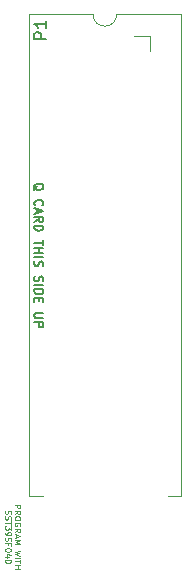
<source format=gbr>
%TF.GenerationSoftware,KiCad,Pcbnew,(6.0.7-1)-1*%
%TF.CreationDate,2023-01-25T15:48:03-08:00*%
%TF.ProjectId,QCard,51436172-642e-46b6-9963-61645f706362,rev?*%
%TF.SameCoordinates,Original*%
%TF.FileFunction,Legend,Top*%
%TF.FilePolarity,Positive*%
%FSLAX46Y46*%
G04 Gerber Fmt 4.6, Leading zero omitted, Abs format (unit mm)*
G04 Created by KiCad (PCBNEW (6.0.7-1)-1) date 2023-01-25 15:48:03*
%MOMM*%
%LPD*%
G01*
G04 APERTURE LIST*
%ADD10C,0.150000*%
%ADD11C,0.100000*%
%ADD12C,0.120000*%
G04 APERTURE END LIST*
D10*
X89052380Y-52938095D02*
X88052380Y-52938095D01*
X88052380Y-52557142D01*
X88100000Y-52461904D01*
X88147619Y-52414285D01*
X88242857Y-52366666D01*
X88385714Y-52366666D01*
X88480952Y-52414285D01*
X88528571Y-52461904D01*
X88576190Y-52557142D01*
X88576190Y-52938095D01*
X89052380Y-51414285D02*
X89052380Y-51985714D01*
X89052380Y-51700000D02*
X88052380Y-51700000D01*
X88195238Y-51795238D01*
X88290476Y-51890476D01*
X88338095Y-51985714D01*
D11*
X86376309Y-92409523D02*
X86876309Y-92409523D01*
X86876309Y-92600000D01*
X86852500Y-92647619D01*
X86828690Y-92671428D01*
X86781071Y-92695238D01*
X86709642Y-92695238D01*
X86662023Y-92671428D01*
X86638214Y-92647619D01*
X86614404Y-92600000D01*
X86614404Y-92409523D01*
X86376309Y-93195238D02*
X86614404Y-93028571D01*
X86376309Y-92909523D02*
X86876309Y-92909523D01*
X86876309Y-93100000D01*
X86852500Y-93147619D01*
X86828690Y-93171428D01*
X86781071Y-93195238D01*
X86709642Y-93195238D01*
X86662023Y-93171428D01*
X86638214Y-93147619D01*
X86614404Y-93100000D01*
X86614404Y-92909523D01*
X86876309Y-93504761D02*
X86876309Y-93600000D01*
X86852500Y-93647619D01*
X86804880Y-93695238D01*
X86709642Y-93719047D01*
X86542976Y-93719047D01*
X86447738Y-93695238D01*
X86400119Y-93647619D01*
X86376309Y-93600000D01*
X86376309Y-93504761D01*
X86400119Y-93457142D01*
X86447738Y-93409523D01*
X86542976Y-93385714D01*
X86709642Y-93385714D01*
X86804880Y-93409523D01*
X86852500Y-93457142D01*
X86876309Y-93504761D01*
X86852500Y-94195238D02*
X86876309Y-94147619D01*
X86876309Y-94076190D01*
X86852500Y-94004761D01*
X86804880Y-93957142D01*
X86757261Y-93933333D01*
X86662023Y-93909523D01*
X86590595Y-93909523D01*
X86495357Y-93933333D01*
X86447738Y-93957142D01*
X86400119Y-94004761D01*
X86376309Y-94076190D01*
X86376309Y-94123809D01*
X86400119Y-94195238D01*
X86423928Y-94219047D01*
X86590595Y-94219047D01*
X86590595Y-94123809D01*
X86376309Y-94719047D02*
X86614404Y-94552380D01*
X86376309Y-94433333D02*
X86876309Y-94433333D01*
X86876309Y-94623809D01*
X86852500Y-94671428D01*
X86828690Y-94695238D01*
X86781071Y-94719047D01*
X86709642Y-94719047D01*
X86662023Y-94695238D01*
X86638214Y-94671428D01*
X86614404Y-94623809D01*
X86614404Y-94433333D01*
X86519166Y-94909523D02*
X86519166Y-95147619D01*
X86376309Y-94861904D02*
X86876309Y-95028571D01*
X86376309Y-95195238D01*
X86376309Y-95361904D02*
X86876309Y-95361904D01*
X86519166Y-95528571D01*
X86876309Y-95695238D01*
X86376309Y-95695238D01*
X86876309Y-96266666D02*
X86376309Y-96385714D01*
X86733452Y-96480952D01*
X86376309Y-96576190D01*
X86876309Y-96695238D01*
X86376309Y-96885714D02*
X86876309Y-96885714D01*
X86876309Y-97052380D02*
X86876309Y-97338095D01*
X86376309Y-97195238D02*
X86876309Y-97195238D01*
X86376309Y-97504761D02*
X86876309Y-97504761D01*
X86638214Y-97504761D02*
X86638214Y-97790476D01*
X86376309Y-97790476D02*
X86876309Y-97790476D01*
X85595119Y-92885714D02*
X85571309Y-92957142D01*
X85571309Y-93076190D01*
X85595119Y-93123809D01*
X85618928Y-93147619D01*
X85666547Y-93171428D01*
X85714166Y-93171428D01*
X85761785Y-93147619D01*
X85785595Y-93123809D01*
X85809404Y-93076190D01*
X85833214Y-92980952D01*
X85857023Y-92933333D01*
X85880833Y-92909523D01*
X85928452Y-92885714D01*
X85976071Y-92885714D01*
X86023690Y-92909523D01*
X86047500Y-92933333D01*
X86071309Y-92980952D01*
X86071309Y-93100000D01*
X86047500Y-93171428D01*
X85595119Y-93361904D02*
X85571309Y-93433333D01*
X85571309Y-93552380D01*
X85595119Y-93600000D01*
X85618928Y-93623809D01*
X85666547Y-93647619D01*
X85714166Y-93647619D01*
X85761785Y-93623809D01*
X85785595Y-93600000D01*
X85809404Y-93552380D01*
X85833214Y-93457142D01*
X85857023Y-93409523D01*
X85880833Y-93385714D01*
X85928452Y-93361904D01*
X85976071Y-93361904D01*
X86023690Y-93385714D01*
X86047500Y-93409523D01*
X86071309Y-93457142D01*
X86071309Y-93576190D01*
X86047500Y-93647619D01*
X86071309Y-93790476D02*
X86071309Y-94076190D01*
X85571309Y-93933333D02*
X86071309Y-93933333D01*
X86071309Y-94195238D02*
X86071309Y-94504761D01*
X85880833Y-94338095D01*
X85880833Y-94409523D01*
X85857023Y-94457142D01*
X85833214Y-94480952D01*
X85785595Y-94504761D01*
X85666547Y-94504761D01*
X85618928Y-94480952D01*
X85595119Y-94457142D01*
X85571309Y-94409523D01*
X85571309Y-94266666D01*
X85595119Y-94219047D01*
X85618928Y-94195238D01*
X85571309Y-94742857D02*
X85571309Y-94838095D01*
X85595119Y-94885714D01*
X85618928Y-94909523D01*
X85690357Y-94957142D01*
X85785595Y-94980952D01*
X85976071Y-94980952D01*
X86023690Y-94957142D01*
X86047500Y-94933333D01*
X86071309Y-94885714D01*
X86071309Y-94790476D01*
X86047500Y-94742857D01*
X86023690Y-94719047D01*
X85976071Y-94695238D01*
X85857023Y-94695238D01*
X85809404Y-94719047D01*
X85785595Y-94742857D01*
X85761785Y-94790476D01*
X85761785Y-94885714D01*
X85785595Y-94933333D01*
X85809404Y-94957142D01*
X85857023Y-94980952D01*
X85595119Y-95171428D02*
X85571309Y-95242857D01*
X85571309Y-95361904D01*
X85595119Y-95409523D01*
X85618928Y-95433333D01*
X85666547Y-95457142D01*
X85714166Y-95457142D01*
X85761785Y-95433333D01*
X85785595Y-95409523D01*
X85809404Y-95361904D01*
X85833214Y-95266666D01*
X85857023Y-95219047D01*
X85880833Y-95195238D01*
X85928452Y-95171428D01*
X85976071Y-95171428D01*
X86023690Y-95195238D01*
X86047500Y-95219047D01*
X86071309Y-95266666D01*
X86071309Y-95385714D01*
X86047500Y-95457142D01*
X85833214Y-95838095D02*
X85833214Y-95671428D01*
X85571309Y-95671428D02*
X86071309Y-95671428D01*
X86071309Y-95909523D01*
X86071309Y-96195238D02*
X86071309Y-96242857D01*
X86047500Y-96290476D01*
X86023690Y-96314285D01*
X85976071Y-96338095D01*
X85880833Y-96361904D01*
X85761785Y-96361904D01*
X85666547Y-96338095D01*
X85618928Y-96314285D01*
X85595119Y-96290476D01*
X85571309Y-96242857D01*
X85571309Y-96195238D01*
X85595119Y-96147619D01*
X85618928Y-96123809D01*
X85666547Y-96100000D01*
X85761785Y-96076190D01*
X85880833Y-96076190D01*
X85976071Y-96100000D01*
X86023690Y-96123809D01*
X86047500Y-96147619D01*
X86071309Y-96195238D01*
X85904642Y-96790476D02*
X85571309Y-96790476D01*
X86095119Y-96671428D02*
X85737976Y-96552380D01*
X85737976Y-96861904D01*
X86071309Y-97147619D02*
X86071309Y-97195238D01*
X86047500Y-97242857D01*
X86023690Y-97266666D01*
X85976071Y-97290476D01*
X85880833Y-97314285D01*
X85761785Y-97314285D01*
X85666547Y-97290476D01*
X85618928Y-97266666D01*
X85595119Y-97242857D01*
X85571309Y-97195238D01*
X85571309Y-97147619D01*
X85595119Y-97100000D01*
X85618928Y-97076190D01*
X85666547Y-97052380D01*
X85761785Y-97028571D01*
X85880833Y-97028571D01*
X85976071Y-97052380D01*
X86023690Y-97076190D01*
X86047500Y-97100000D01*
X86071309Y-97147619D01*
D10*
X87989285Y-65764285D02*
X88025000Y-65692857D01*
X88096428Y-65621428D01*
X88203571Y-65514285D01*
X88239285Y-65442857D01*
X88239285Y-65371428D01*
X88060714Y-65407142D02*
X88096428Y-65335714D01*
X88167857Y-65264285D01*
X88310714Y-65228571D01*
X88560714Y-65228571D01*
X88703571Y-65264285D01*
X88775000Y-65335714D01*
X88810714Y-65407142D01*
X88810714Y-65550000D01*
X88775000Y-65621428D01*
X88703571Y-65692857D01*
X88560714Y-65728571D01*
X88310714Y-65728571D01*
X88167857Y-65692857D01*
X88096428Y-65621428D01*
X88060714Y-65550000D01*
X88060714Y-65407142D01*
X88132142Y-67050000D02*
X88096428Y-67014285D01*
X88060714Y-66907142D01*
X88060714Y-66835714D01*
X88096428Y-66728571D01*
X88167857Y-66657142D01*
X88239285Y-66621428D01*
X88382142Y-66585714D01*
X88489285Y-66585714D01*
X88632142Y-66621428D01*
X88703571Y-66657142D01*
X88775000Y-66728571D01*
X88810714Y-66835714D01*
X88810714Y-66907142D01*
X88775000Y-67014285D01*
X88739285Y-67050000D01*
X88275000Y-67335714D02*
X88275000Y-67692857D01*
X88060714Y-67264285D02*
X88810714Y-67514285D01*
X88060714Y-67764285D01*
X88060714Y-68442857D02*
X88417857Y-68192857D01*
X88060714Y-68014285D02*
X88810714Y-68014285D01*
X88810714Y-68300000D01*
X88775000Y-68371428D01*
X88739285Y-68407142D01*
X88667857Y-68442857D01*
X88560714Y-68442857D01*
X88489285Y-68407142D01*
X88453571Y-68371428D01*
X88417857Y-68300000D01*
X88417857Y-68014285D01*
X88060714Y-68764285D02*
X88810714Y-68764285D01*
X88810714Y-68942857D01*
X88775000Y-69050000D01*
X88703571Y-69121428D01*
X88632142Y-69157142D01*
X88489285Y-69192857D01*
X88382142Y-69192857D01*
X88239285Y-69157142D01*
X88167857Y-69121428D01*
X88096428Y-69050000D01*
X88060714Y-68942857D01*
X88060714Y-68764285D01*
X88810714Y-69978571D02*
X88810714Y-70407142D01*
X88060714Y-70192857D02*
X88810714Y-70192857D01*
X88060714Y-70657142D02*
X88810714Y-70657142D01*
X88453571Y-70657142D02*
X88453571Y-71085714D01*
X88060714Y-71085714D02*
X88810714Y-71085714D01*
X88060714Y-71442857D02*
X88810714Y-71442857D01*
X88096428Y-71764285D02*
X88060714Y-71871428D01*
X88060714Y-72050000D01*
X88096428Y-72121428D01*
X88132142Y-72157142D01*
X88203571Y-72192857D01*
X88275000Y-72192857D01*
X88346428Y-72157142D01*
X88382142Y-72121428D01*
X88417857Y-72050000D01*
X88453571Y-71907142D01*
X88489285Y-71835714D01*
X88525000Y-71800000D01*
X88596428Y-71764285D01*
X88667857Y-71764285D01*
X88739285Y-71800000D01*
X88775000Y-71835714D01*
X88810714Y-71907142D01*
X88810714Y-72085714D01*
X88775000Y-72192857D01*
X88096428Y-73050000D02*
X88060714Y-73157142D01*
X88060714Y-73335714D01*
X88096428Y-73407142D01*
X88132142Y-73442857D01*
X88203571Y-73478571D01*
X88275000Y-73478571D01*
X88346428Y-73442857D01*
X88382142Y-73407142D01*
X88417857Y-73335714D01*
X88453571Y-73192857D01*
X88489285Y-73121428D01*
X88525000Y-73085714D01*
X88596428Y-73050000D01*
X88667857Y-73050000D01*
X88739285Y-73085714D01*
X88775000Y-73121428D01*
X88810714Y-73192857D01*
X88810714Y-73371428D01*
X88775000Y-73478571D01*
X88060714Y-73800000D02*
X88810714Y-73800000D01*
X88060714Y-74157142D02*
X88810714Y-74157142D01*
X88810714Y-74335714D01*
X88775000Y-74442857D01*
X88703571Y-74514285D01*
X88632142Y-74550000D01*
X88489285Y-74585714D01*
X88382142Y-74585714D01*
X88239285Y-74550000D01*
X88167857Y-74514285D01*
X88096428Y-74442857D01*
X88060714Y-74335714D01*
X88060714Y-74157142D01*
X88453571Y-74907142D02*
X88453571Y-75157142D01*
X88060714Y-75264285D02*
X88060714Y-74907142D01*
X88810714Y-74907142D01*
X88810714Y-75264285D01*
X88810714Y-76157142D02*
X88203571Y-76157142D01*
X88132142Y-76192857D01*
X88096428Y-76228571D01*
X88060714Y-76300000D01*
X88060714Y-76442857D01*
X88096428Y-76514285D01*
X88132142Y-76550000D01*
X88203571Y-76585714D01*
X88810714Y-76585714D01*
X88060714Y-76942857D02*
X88810714Y-76942857D01*
X88810714Y-77228571D01*
X88775000Y-77300000D01*
X88739285Y-77335714D01*
X88667857Y-77371428D01*
X88560714Y-77371428D01*
X88489285Y-77335714D01*
X88453571Y-77300000D01*
X88417857Y-77228571D01*
X88417857Y-76942857D01*
D12*
%TO.C,J1*%
X97830000Y-52670000D02*
X97830000Y-54000000D01*
X96500000Y-52670000D02*
X97830000Y-52670000D01*
%TO.C,J2*%
X100480000Y-91630000D02*
X100480000Y-50870000D01*
X88800000Y-91630000D02*
X87560000Y-91630000D01*
X100450000Y-91630000D02*
X99400000Y-91630000D01*
X93020000Y-50870000D02*
X87560000Y-50870000D01*
X100480000Y-50870000D02*
X95020000Y-50870000D01*
X87560000Y-50870000D02*
X87560000Y-91630000D01*
X93020000Y-50870000D02*
G75*
G03*
X95020000Y-50870000I1000000J0D01*
G01*
%TD*%
M02*

</source>
